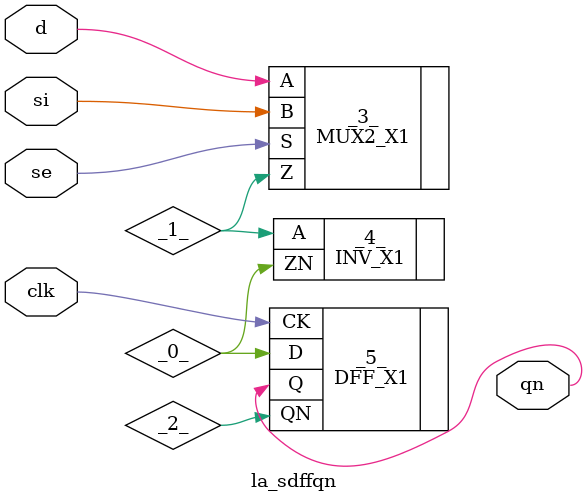
<source format=v>

/* Generated by Yosys 0.44 (git sha1 80ba43d26, g++ 11.4.0-1ubuntu1~22.04 -fPIC -O3) */

(* top =  1  *)
(* src = "generated" *)
module la_sdffqn (
    d,
    si,
    se,
    clk,
    qn
);
  (* src = "generated" *)
  wire _0_;
  wire _1_;
  (* unused_bits = "0" *)
  wire _2_;
  (* src = "generated" *)
  input clk;
  wire clk;
  (* src = "generated" *)
  input d;
  wire d;
  (* src = "generated" *)
  output qn;
  wire qn;
  (* src = "generated" *)
  input se;
  wire se;
  (* src = "generated" *)
  input si;
  wire si;
  MUX2_X1 _3_ (
      .A(d),
      .B(si),
      .S(se),
      .Z(_1_)
  );
  INV_X1 _4_ (
      .A (_1_),
      .ZN(_0_)
  );
  (* src = "generated" *)
  DFF_X1 _5_ (
      .CK(clk),
      .D (_0_),
      .Q (qn),
      .QN(_2_)
  );
endmodule

</source>
